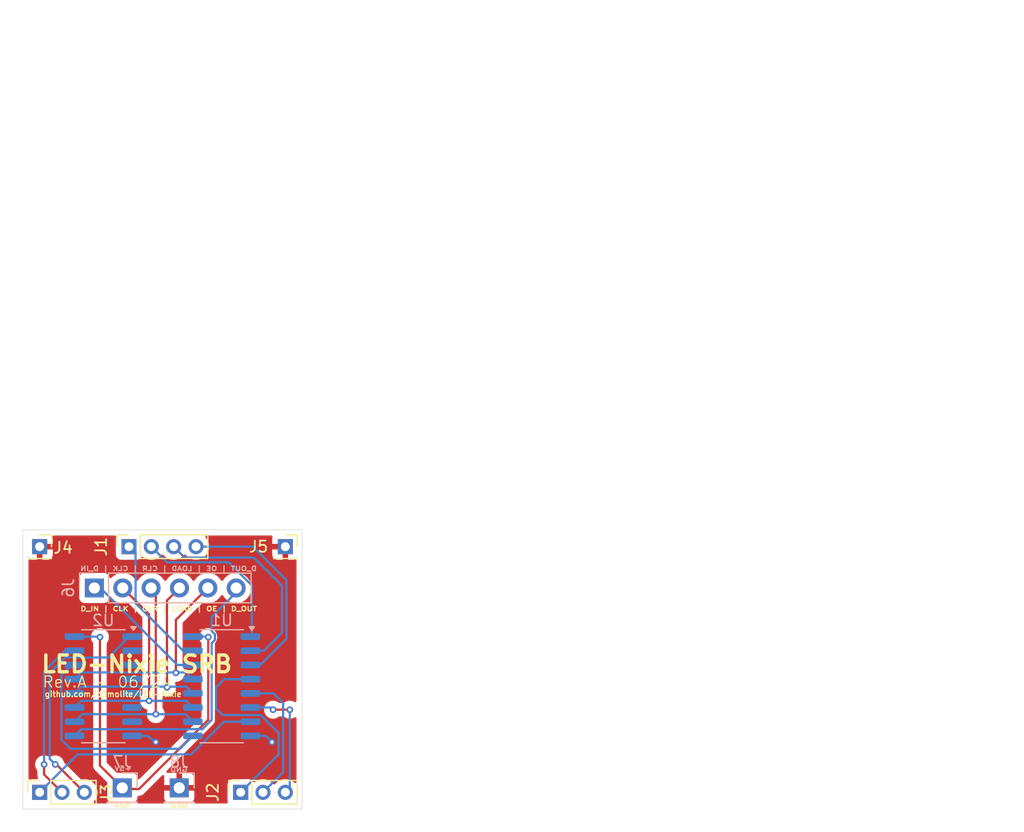
<source format=kicad_pcb>
(kicad_pcb (version 20240108) (generator "pcbnew") (generator_version "8.0")
  (layers (0 "F.Cu" signal) (31 "B.Cu" signal) (34 "B.Paste" user) (35 "F.Paste" user) (36 "B.SilkS" user "B.Silkscreen") (37 "F.SilkS" user "F.Silkscreen") (38 "B.Mask" user) (39 "F.Mask" user) (44 "Edge.Cuts" user))
  (net 0 "")
  (net 1 "Net-(J1-Pin_2)")
  (net 2 "GND")
  (net 3 "Net-(J1-Pin_4)")
  (net 4 "Net-(J1-Pin_1)")
  (net 5 "Net-(J1-Pin_3)")
  (net 6 "Net-(J2-Pin_3)")
  (net 7 "Net-(J2-Pin_2)")
  (net 8 "Net-(J2-Pin_1)")
  (net 9 "Net-(J3-Pin_3)")
  (net 10 "Net-(J3-Pin_1)")
  (net 11 "Net-(J3-Pin_2)")
  (net 12 "DATA_OUT")
  (net 13 "SR_CLK")
  (net 14 "+5V")
  (net 15 "Net-(U1-QH')")
  (net 16 "LOAD")
  (net 17 "OE")
  (net 18 "DATA")
  (net 19 "SR_CLR")
  (footprint "Connector_PinSocket_2.00mm:PinSocket_1x04_P2.00mm_Vertical" (layer "F.Cu") (at 59.999999 61.9 90)
    (property "Reference" "J1" (at 0 -2.5 90) (layer "F.SilkS"))
    (property "Value" "Conn_01x04" (hide yes))
    (fp_line (start 1.06 -1.06) (end 1.06 0) (stroke (width 0.12)) (layer "F.SilkS"))
    (fp_line (start 0 -1.06) (end 1.06 -1.06) (stroke (width 0.12)) (layer "F.SilkS"))
    (fp_line (start 1.06 1) (end 1.06 7.06) (stroke (width 0.12)) (layer "F.SilkS"))
    (fp_line (start -1.06 1) (end 1.06 1) (stroke (width 0.12)) (layer "F.SilkS"))
    (fp_line (start -1.06 1) (end -1.06 7.06) (stroke (width 0.12)) (layer "F.SilkS"))
    (fp_line (start -1.06 7.06) (end 1.06 7.06) (stroke (width 0.12)) (layer "F.SilkS"))
    (pad "1" thru_hole rect (at 0 0 90) (size 1.35 1.35) (drill 0.8) (layers "*.Cu" "*.Mask") (net 4 "Net-(J1-Pin_1)"))
    (pad "2" thru_hole oval (at 0 2 90) (size 1.35 1.35) (drill 0.8) (layers "*.Cu" "*.Mask") (net 1 "Net-(J1-Pin_2)"))
    (pad "3" thru_hole oval (at 0 4 90) (size 1.35 1.35) (drill 0.8) (layers "*.Cu" "*.Mask") (net 5 "Net-(J1-Pin_3)"))
    (pad "4" thru_hole oval (at 0 6 90) (size 1.35 1.35) (drill 0.8) (layers "*.Cu" "*.Mask") (net 3 "Net-(J1-Pin_4)"))
  )
  (footprint "Connector_PinSocket_2.00mm:PinSocket_1x03_P2.00mm_Vertical" (layer "F.Cu") (at 52 83.9 90)
    (property "Reference" "J3" (at -0.1 6 90) (layer "F.SilkS"))
    (property "Value" "Conn_01x03" (hide yes))
    (fp_line (start 1.06 -1.06) (end 1.06 0) (stroke (width 0.12)) (layer "F.SilkS"))
    (fp_line (start 0 -1.06) (end 1.06 -1.06) (stroke (width 0.12)) (layer "F.SilkS"))
    (fp_line (start 1.06 1) (end 1.06 5.06) (stroke (width 0.12)) (layer "F.SilkS"))
    (fp_line (start -1.06 1) (end 1.06 1) (stroke (width 0.12)) (layer "F.SilkS"))
    (fp_line (start -1.06 1) (end -1.06 5.06) (stroke (width 0.12)) (layer "F.SilkS"))
    (fp_line (start -1.06 5.06) (end 1.06 5.06) (stroke (width 0.12)) (layer "F.SilkS"))
    (pad "1" thru_hole rect (at 0 0 90) (size 1.35 1.35) (drill 0.8) (layers "*.Cu" "*.Mask") (net 10 "Net-(J3-Pin_1)"))
    (pad "2" thru_hole oval (at 0 2 90) (size 1.35 1.35) (drill 0.8) (layers "*.Cu" "*.Mask") (net 11 "Net-(J3-Pin_2)"))
    (pad "3" thru_hole oval (at 0 4 90) (size 1.35 1.35) (drill 0.8) (layers "*.Cu" "*.Mask") (net 9 "Net-(J3-Pin_3)"))
  )
  (footprint "Connector_PinSocket_2.00mm:PinSocket_1x01_P2.00mm_Vertical" (layer "F.Cu") (at 74 61.9)
    (property "Reference" "J5" (at -2.4 0 0) (layer "F.SilkS"))
    (property "Value" "Conn_01x01" (hide yes))
    (fp_line (start -1.06 0.94) (end -1.06 1.06) (stroke (width 0.12)) (layer "F.SilkS"))
    (fp_line (start -1.06 1.06) (end 1.06 1.06) (stroke (width 0.12)) (layer "F.SilkS"))
    (fp_line (start 0 -1.06) (end 1.06 -1.06) (stroke (width 0.12)) (layer "F.SilkS"))
    (fp_line (start 1.06 -1.06) (end 1.06 0) (stroke (width 0.12)) (layer "F.SilkS"))
    (fp_line (start 1.06 0.94) (end 1.06 1.06) (stroke (width 0.12)) (layer "F.SilkS"))
    (pad "1" thru_hole rect (at 0 0) (size 1.35 1.35) (drill 0.8) (layers "*.Cu" "*.Mask") (net 2 "GND"))
  )
  (footprint "Connector_PinSocket_2.00mm:PinSocket_1x03_P2.00mm_Vertical" (layer "F.Cu") (at 70 83.9 90)
    (property "Reference" "J2" (at 0 -2.5 90) (layer "F.SilkS"))
    (property "Value" "Conn_01x03" (hide yes))
    (fp_line (start 1.06 -1.06) (end 1.06 0) (stroke (width 0.12)) (layer "F.SilkS"))
    (fp_line (start 0 -1.06) (end 1.06 -1.06) (stroke (width 0.12)) (layer "F.SilkS"))
    (fp_line (start 1.06 1) (end 1.06 5.06) (stroke (width 0.12)) (layer "F.SilkS"))
    (fp_line (start -1.06 1) (end 1.06 1) (stroke (width 0.12)) (layer "F.SilkS"))
    (fp_line (start -1.06 1) (end -1.06 5.06) (stroke (width 0.12)) (layer "F.SilkS"))
    (fp_line (start -1.06 5.06) (end 1.06 5.06) (stroke (width 0.12)) (layer "F.SilkS"))
    (pad "1" thru_hole rect (at 0 0 90) (size 1.35 1.35) (drill 0.8) (layers "*.Cu" "*.Mask") (net 8 "Net-(J2-Pin_1)"))
    (pad "2" thru_hole oval (at 0 2 90) (size 1.35 1.35) (drill 0.8) (layers "*.Cu" "*.Mask") (net 7 "Net-(J2-Pin_2)"))
    (pad "3" thru_hole oval (at 0 4 90) (size 1.35 1.35) (drill 0.8) (layers "*.Cu" "*.Mask") (net 6 "Net-(J2-Pin_3)"))
  )
  (footprint "Connector_PinSocket_2.00mm:PinSocket_1x01_P2.00mm_Vertical" (layer "F.Cu") (at 52 61.9)
    (property "Reference" "J4" (at 2.1 0.1 0) (layer "F.SilkS"))
    (property "Value" "Conn_01x01" (hide yes))
    (fp_line (start -1.06 0.94) (end -1.06 1.06) (stroke (width 0.12)) (layer "F.SilkS"))
    (fp_line (start -1.06 1.06) (end 1.06 1.06) (stroke (width 0.12)) (layer "F.SilkS"))
    (fp_line (start 0 -1.06) (end 1.06 -1.06) (stroke (width 0.12)) (layer "F.SilkS"))
    (fp_line (start 1.06 -1.06) (end 1.06 0) (stroke (width 0.12)) (layer "F.SilkS"))
    (fp_line (start 1.06 0.94) (end 1.06 1.06) (stroke (width 0.12)) (layer "F.SilkS"))
    (pad "1" thru_hole rect (at 0 0) (size 1.35 1.35) (drill 0.8) (layers "*.Cu" "*.Mask") (net 2 "GND"))
  )
  (footprint "Connector_PinHeader_2.54mm:PinHeader_1x01_P2.54mm_Vertical" (layer "B.Cu") (at 64.5 83.5 180)
    (property "Reference" "J8" (at 0 2.33 0) (layer "B.SilkS") (effects (justify mirror)))
    (property "Value" "GND")
    (fp_line (start 1.33 -1.27) (end -1.33 -1.27) (stroke (width 0.12)) (layer "B.SilkS"))
    (fp_line (start 1.33 -1.33) (end 1.33 -1.27) (stroke (width 0.12)) (layer "B.SilkS"))
    (fp_line (start 1.33 -1.33) (end -1.33 -1.33) (stroke (width 0.12)) (layer "B.SilkS"))
    (fp_line (start 0 1.33) (end -1.33 1.33) (stroke (width 0.12)) (layer "B.SilkS"))
    (fp_line (start -1.33 1.33) (end -1.33 0) (stroke (width 0.12)) (layer "B.SilkS"))
    (fp_line (start -1.33 -1.33) (end -1.33 -1.27) (stroke (width 0.12)) (layer "B.SilkS"))
    (pad "1" thru_hole rect (at 0 0 180) (size 1.7 1.7) (drill 1) (layers "*.Cu" "*.Mask") (net 2 "GND"))
  )
  (footprint "Package_SO:SO-16_3.9x9.9mm_P1.27mm" (layer "B.Cu") (at 57.7 74.4 180)
    (property "Reference" "U2" (at 0 5.9 0) (layer "B.SilkS") (effects (justify mirror)))
    (property "Value" "74HC595")
    (fp_line (start 1.95 5.06) (end 0 5.06) (stroke (width 0.12)) (layer "B.SilkS"))
    (fp_line (start 1.95 -5.06) (end 0 -5.06) (stroke (width 0.12)) (layer "B.SilkS"))
    (fp_line (start -1.95 5.06) (end 0 5.06) (stroke (width 0.12)) (layer "B.SilkS"))
    (fp_line (start -1.95 -5.06) (end 0 -5.06) (stroke (width 0.12)) (layer "B.SilkS"))
    (fp_poly (pts (xy -2.7 5.005) (xy -2.94 5.335) (xy -2.46 5.335) (xy -2.7 5.005)) (stroke (width 0.12)) (fill solid) (layer "B.SilkS"))
    (pad "1" smd roundrect (at -2.575 4.445 180) (size 1.75 0.6) (layers "B.Cu" "B.Paste" "B.Mask") (net 9 "Net-(J3-Pin_3)"))
    (pad "2" smd roundrect (at -2.575 3.175 180) (size 1.75 0.6) (layers "B.Cu" "B.Paste" "B.Mask"))
    (pad "3" smd roundrect (at -2.575 1.905 180) (size 1.75 0.6) (layers "B.Cu" "B.Paste" "B.Mask"))
    (pad "4" smd roundrect (at -2.575 0.635 180) (size 1.75 0.6) (layers "B.Cu" "B.Paste" "B.Mask"))
    (pad "5" smd roundrect (at -2.575 -0.635 180) (size 1.75 0.6) (layers "B.Cu" "B.Paste" "B.Mask"))
    (pad "6" smd roundrect (at -2.575 -1.905 180) (size 1.75 0.6) (layers "B.Cu" "B.Paste" "B.Mask"))
    (pad "7" smd roundrect (at -2.575 -3.175 180) (size 1.75 0.6) (layers "B.Cu" "B.Paste" "B.Mask"))
    (pad "8" smd roundrect (at -2.575 -4.445 180) (size 1.75 0.6) (layers "B.Cu" "B.Paste" "B.Mask") (net 2 "GND"))
    (pad "9" smd roundrect (at 2.575 -4.445 180) (size 1.75 0.6) (layers "B.Cu" "B.Paste" "B.Mask") (net 12 "DATA_OUT"))
    (pad "10" smd roundrect (at 2.575 -3.175 180) (size 1.75 0.6) (layers "B.Cu" "B.Paste" "B.Mask") (net 19 "SR_CLR"))
    (pad "11" smd roundrect (at 2.575 -1.905 180) (size 1.75 0.6) (layers "B.Cu" "B.Paste" "B.Mask") (net 13 "SR_CLK"))
    (pad "12" smd roundrect (at 2.575 -0.635 180) (size 1.75 0.6) (layers "B.Cu" "B.Paste" "B.Mask") (net 16 "LOAD"))
    (pad "13" smd roundrect (at 2.575 0.635 180) (size 1.75 0.6) (layers "B.Cu" "B.Paste" "B.Mask") (net 17 "OE"))
    (pad "14" smd roundrect (at 2.575 1.905 180) (size 1.75 0.6) (layers "B.Cu" "B.Paste" "B.Mask") (net 15 "Net-(U1-QH')"))
    (pad "15" smd roundrect (at 2.575 3.175 180) (size 1.75 0.6) (layers "B.Cu" "B.Paste" "B.Mask") (net 11 "Net-(J3-Pin_2)"))
    (pad "16" smd roundrect (at 2.575 4.445 180) (size 1.75 0.6) (layers "B.Cu" "B.Paste" "B.Mask") (net 14 "+5V"))
  )
  (footprint "Connector_PinHeader_2.54mm:PinHeader_1x01_P2.54mm_Vertical" (layer "B.Cu") (at 59.4 83.5 180)
    (property "Reference" "J7" (at 0 2.33 0) (layer "B.SilkS") (effects (justify mirror)))
    (property "Value" "+5V")
    (fp_line (start 1.33 -1.270001) (end -1.33 -1.270001) (stroke (width 0.12)) (layer "B.SilkS"))
    (fp_line (start 1.33 -1.33) (end 1.33 -1.270001) (stroke (width 0.12)) (layer "B.SilkS"))
    (fp_line (start 1.33 -1.33) (end -1.33 -1.33) (stroke (width 0.12)) (layer "B.SilkS"))
    (fp_line (start 0 1.33) (end -1.33 1.33) (stroke (width 0.12)) (layer "B.SilkS"))
    (fp_line (start -1.33 1.33) (end -1.33 0) (stroke (width 0.12)) (layer "B.SilkS"))
    (fp_line (start -1.33 -1.33) (end -1.33 -1.270001) (stroke (width 0.12)) (layer "B.SilkS"))
    (pad "1" thru_hole rect (at 0 0 180) (size 1.7 1.7) (drill 1) (layers "*.Cu" "*.Mask") (net 14 "+5V"))
  )
  (footprint "Connector_PinHeader_2.54mm:PinHeader_1x06_P2.54mm_Vertical" (layer "B.Cu") (at 56.9 65.6 -90)
    (property "Reference" "J6" (at 0 2.33 90) (layer "B.SilkS") (effects (justify mirror)))
    (property "Value" "Shift")
    (fp_line (start -1.33 1.33) (end -1.33 0) (stroke (width 0.12)) (layer "B.SilkS"))
    (fp_line (start 0 1.33) (end -1.33 1.33) (stroke (width 0.12)) (layer "B.SilkS"))
    (fp_line (start 1.33 -1.270001) (end -1.33 -1.270001) (stroke (width 0.12)) (layer "B.SilkS"))
    (fp_line (start -1.33 -14.03) (end -1.33 -1.270001) (stroke (width 0.12)) (layer "B.SilkS"))
    (fp_line (start 1.33 -14.03) (end 1.33 -1.270001) (stroke (width 0.12)) (layer "B.SilkS"))
    (fp_line (start 1.33 -14.03) (end -1.33 -14.03) (stroke (width 0.12)) (layer "B.SilkS"))
    (pad "1" thru_hole rect (at 0 0 270) (size 1.7 1.7) (drill 1) (layers "*.Cu" "*.Mask") (net 18 "DATA"))
    (pad "2" thru_hole oval (at 0 -2.54 270) (size 1.7 1.7) (drill 1) (layers "*.Cu" "*.Mask") (net 13 "SR_CLK"))
    (pad "3" thru_hole oval (at 0 -5.079999 270) (size 1.7 1.7) (drill 1) (layers "*.Cu" "*.Mask") (net 19 "SR_CLR"))
    (pad "4" thru_hole oval (at 0 -7.62 270) (size 1.7 1.7) (drill 1) (layers "*.Cu" "*.Mask") (net 16 "LOAD"))
    (pad "5" thru_hole oval (at 0 -10.16 270) (size 1.7 1.7) (drill 1) (layers "*.Cu" "*.Mask") (net 17 "OE"))
    (pad "6" thru_hole oval (at 0 -12.7 270) (size 1.7 1.7) (drill 1) (layers "*.Cu" "*.Mask") (net 12 "DATA_OUT"))
  )
  (footprint "Package_SO:SO-16_3.9x9.9mm_P1.27mm" (layer "B.Cu") (at 68.3 74.4 180)
    (property "Reference" "U1" (at 0 5.9 0) (layer "B.SilkS") (effects (justify mirror)))
    (property "Value" "74HC595")
    (fp_line (start 1.95 5.06) (end 0 5.06) (stroke (width 0.12)) (layer "B.SilkS"))
    (fp_line (start 1.95 -5.06) (end 0 -5.06) (stroke (width 0.12)) (layer "B.SilkS"))
    (fp_line (start -1.95 5.06) (end 0 5.06) (stroke (width 0.12)) (layer "B.SilkS"))
    (fp_line (start -1.95 -5.06) (end 0 -5.06) (stroke (width 0.12)) (layer "B.SilkS"))
    (fp_poly (pts (xy -2.7 5.005) (xy -2.94 5.335) (xy -2.46 5.335) (xy -2.7 5.005)) (stroke (width 0.12)) (fill solid) (layer "B.SilkS"))
    (pad "1" smd roundrect (at -2.575 4.445 180) (size 1.75 0.6) (layers "B.Cu" "B.Paste" "B.Mask") (net 1 "Net-(J1-Pin_2)"))
    (pad "2" smd roundrect (at -2.575 3.175 180) (size 1.75 0.6) (layers "B.Cu" "B.Paste" "B.Mask") (net 5 "Net-(J1-Pin_3)"))
    (pad "3" smd roundrect (at -2.575 1.905 180) (size 1.75 0.6) (layers "B.Cu" "B.Paste" "B.Mask") (net 3 "Net-(J1-Pin_4)"))
    (pad "4" smd roundrect (at -2.575 0.635 180) (size 1.75 0.6) (layers "B.Cu" "B.Paste" "B.Mask") (net 8 "Net-(J2-Pin_1)"))
    (pad "5" smd roundrect (at -2.575 -0.635 180) (size 1.75 0.6) (layers "B.Cu" "B.Paste" "B.Mask") (net 7 "Net-(J2-Pin_2)"))
    (pad "6" smd roundrect (at -2.575 -1.905 180) (size 1.75 0.6) (layers "B.Cu" "B.Paste" "B.Mask") (net 6 "Net-(J2-Pin_3)"))
    (pad "7" smd roundrect (at -2.575 -3.175 180) (size 1.75 0.6) (layers "B.Cu" "B.Paste" "B.Mask") (net 10 "Net-(J3-Pin_1)"))
    (pad "8" smd roundrect (at -2.575 -4.445 180) (size 1.75 0.6) (layers "B.Cu" "B.Paste" "B.Mask") (net 2 "GND"))
    (pad "9" smd roundrect (at 2.575 -4.445 180) (size 1.75 0.6) (layers "B.Cu" "B.Paste" "B.Mask") (net 15 "Net-(U1-QH')"))
    (pad "10" smd roundrect (at 2.575 -3.175 180) (size 1.75 0.6) (layers "B.Cu" "B.Paste" "B.Mask") (net 19 "SR_CLR"))
    (pad "11" smd roundrect (at 2.575 -1.905 180) (size 1.75 0.6) (layers "B.Cu" "B.Paste" "B.Mask") (net 13 "SR_CLK"))
    (pad "12" smd roundrect (at 2.575 -0.635 180) (size 1.75 0.6) (layers "B.Cu" "B.Paste" "B.Mask") (net 16 "LOAD"))
    (pad "13" smd roundrect (at 2.575 0.635 180) (size 1.75 0.6) (layers "B.Cu" "B.Paste" "B.Mask") (net 17 "OE"))
    (pad "14" smd roundrect (at 2.575 1.905 180) (size 1.75 0.6) (layers "B.Cu" "B.Paste" "B.Mask") (net 18 "DATA"))
    (pad "15" smd roundrect (at 2.575 3.175 180) (size 1.75 0.6) (layers "B.Cu" "B.Paste" "B.Mask") (net 4 "Net-(J1-Pin_1)"))
    (pad "16" smd roundrect (at 2.575 4.445 180) (size 1.75 0.6) (layers "B.Cu" "B.Paste" "B.Mask") (net 14 "+5V"))
  )
  (gr_rect (start 50.5 60.4) (end 75.5 85.4) (stroke (width 0.05)) (fill none) (layer "Edge.Cuts"))
  (gr_text "+5V" (at 60.3 82 -0) (layer "B.SilkS") (effects (font (size 0.4 0.5) (thickness 0.1)) (justify left bottom mirror)))
  (gr_text "GND" (at 65.3 82.1 -0) (layer "B.SilkS") (effects (font (size 0.4 0.5) (thickness 0.1)) (justify left bottom mirror)))
  (gr_text "D_OUT | OE | LOAD | CLR | CLK | D_IN" (at 71.5 64.1 0) (layer "B.SilkS") (effects (font (size 0.4 0.5) (thickness 0.1)) (justify left bottom mirror)))
  (gr_text "D_IN | CLK | CLR | LOAD | OE | D_OUT" (at 55.6 67.7 0) (layer "F.SilkS") (effects (font (size 0.4 0.5) (thickness 0.1)) (justify left bottom)))
  (gr_text "LED-Nixie SRB" (at 52 73.3 0) (layer "F.SilkS") (effects (font (size 1.5 1.5) (thickness 0.3) (bold yes)) (justify left bottom)))
  (gr_text "+5V" (at 58.5 85.3 0) (layer "F.SilkS") (effects (font (size 0.4 0.5) (thickness 0.1)) (justify left bottom)))
  (gr_text "GND" (at 63.7 85.3 0) (layer "F.SilkS") (effects (font (size 0.4 0.5) (thickness 0.1)) (justify left bottom)))
  (gr_text "Rev.A - 06/24" (at 52.2 74.6 0) (layer "F.SilkS") (effects (font (size 1 1) (thickness 0.1)) (justify left bottom)))
  (gr_text "github.com/d3molite/LED-Nixie" (at 52.4 75.4 0) (layer "F.SilkS") (effects (font (size 0.5 0.5) (thickness 0.1)) (justify left bottom)))
  (segment (start 63.399999 63.3) (end 61.999999 61.9) (width 0.2) (layer "B.Cu") (net 1))
  (segment (start 70.955 69.955) (end 71 70) (width 0.2) (layer "B.Cu") (net 1))
  (segment (start 71 65.373654) (end 68.926346 63.3) (width 0.2) (layer "B.Cu") (net 1))
  (segment (start 71 70) (end 71 65.373654) (width 0.2) (layer "B.Cu") (net 1))
  (segment (start 70.875 69.955) (end 70.955 69.955) (width 0.2) (layer "B.Cu") (net 1))
  (segment (start 68.926346 63.3) (end 63.399999 63.3) (width 0.2) (layer "B.Cu") (net 1))
  (via (at 72.8 79.4) (size 0.6) (drill 0.3) (layers "F.Cu" "B.Cu") (net 2))
  (via (at 62.4 79.4) (size 0.6) (drill 0.3) (layers "F.Cu" "B.Cu") (net 2))
  (segment (start 60.275 78.845) (end 61.645 78.845) (width 0.2) (layer "B.Cu") (net 2))
  (segment (start 70.875 78.845) (end 72.245 78.845) (width 0.2) (layer "B.Cu") (net 2))
  (segment (start 61.645 78.845) (end 62.4 79.4) (width 0.2) (layer "B.Cu") (net 2))
  (segment (start 72.245 78.845) (end 72.8 79.4) (width 0.2) (layer "B.Cu") (net 2))
  (segment (start 62.4 79.4) (end 62.2 79.4) (width 0.2) (layer "B.Cu") (net 2))
  (segment (start 71.749999 72.495) (end 74.1 70.144999) (width 0.2) (layer "B.Cu") (net 3))
  (segment (start 71.1 61.9) (end 65.999999 61.9) (width 0.2) (layer "B.Cu") (net 3))
  (segment (start 70.875 72.495) (end 71.749999 72.495) (width 0.2) (layer "B.Cu") (net 3))
  (segment (start 74.1 70.144999) (end 74.1 64.9) (width 0.2) (layer "B.Cu") (net 3))
  (segment (start 74.1 64.9) (end 71.1 61.9) (width 0.2) (layer "B.Cu") (net 3))
  (segment (start 59.999999 61.9) (end 60.59 62.490001) (width 0.2) (layer "B.Cu") (net 4))
  (segment (start 60.59 62.490001) (end 60.59 66.964999) (width 0.2) (layer "B.Cu") (net 4))
  (segment (start 60.59 66.964999) (end 64.850001 71.225) (width 0.2) (layer "B.Cu") (net 4))
  (segment (start 64.850001 71.225) (end 65.725 71.225) (width 0.2) (layer "B.Cu") (net 4))
  (segment (start 64.974999 62.875) (end 63.999999 61.9) (width 0.2) (layer "B.Cu") (net 5))
  (segment (start 70.875 71.225) (end 72.075 71.225) (width 0.2) (layer "B.Cu") (net 5))
  (segment (start 71.175 62.875) (end 64.974999 62.875) (width 0.2) (layer "B.Cu") (net 5))
  (segment (start 72.075 71.225) (end 73.7 69.6) (width 0.2) (layer "B.Cu") (net 5))
  (segment (start 73.7 65.4) (end 71.175 62.875) (width 0.2) (layer "B.Cu") (net 5))
  (segment (start 73.7 69.6) (end 73.7 65.4) (width 0.2) (layer "B.Cu") (net 5))
  (segment (start 72.9 76.5) (end 74.4 76.5) (width 0.2) (layer "F.Cu") (net 6))
  (via (at 72.9 76.5) (size 0.6) (drill 0.3) (layers "F.Cu" "B.Cu") (net 6))
  (via (at 74.4 76.5) (size 0.6) (drill 0.3) (layers "F.Cu" "B.Cu") (net 6))
  (segment (start 72.705 76.305) (end 72.9 76.5) (width 0.2) (layer "B.Cu") (net 6))
  (segment (start 74.4 76.5) (end 74.4 83.5) (width 0.2) (layer "B.Cu") (net 6))
  (segment (start 72.9 76.5) (end 72.9 76.41) (width 0.2) (layer "B.Cu") (net 6))
  (segment (start 74.4 83.5) (end 74 83.9) (width 0.2) (layer "B.Cu") (net 6))
  (segment (start 70.875 76.305) (end 72.705 76.305) (width 0.2) (layer "B.Cu") (net 6))
  (segment (start 73.8 82.1) (end 72 83.9) (width 0.2) (layer "B.Cu") (net 7))
  (segment (start 72.935 75.035) (end 73.8 75.9) (width 0.2) (layer "B.Cu") (net 7))
  (segment (start 70.875 75.035) (end 72.935 75.035) (width 0.2) (layer "B.Cu") (net 7))
  (segment (start 73.8 75.9) (end 73.8 82.1) (width 0.2) (layer "B.Cu") (net 7))
  (segment (start 73.4 80.5) (end 73.4 78.584448) (width 0.2) (layer "B.Cu") (net 8))
  (segment (start 73.4 78.584448) (end 71.790552 76.975) (width 0.2) (layer "B.Cu") (net 8))
  (segment (start 68.535 73.765) (end 70.875 73.765) (width 0.2) (layer "B.Cu") (net 8))
  (segment (start 67.8 76.4) (end 67.8 74.5) (width 0.2) (layer "B.Cu") (net 8))
  (segment (start 70 83.9) (end 73.4 80.5) (width 0.2) (layer "B.Cu") (net 8))
  (segment (start 71.790552 76.975) (end 68.375 76.975) (width 0.2) (layer "B.Cu") (net 8))
  (segment (start 68.375 76.975) (end 67.8 76.4) (width 0.2) (layer "B.Cu") (net 8))
  (segment (start 67.8 74.5) (end 68.535 73.765) (width 0.2) (layer "B.Cu") (net 8))
  (segment (start 56 83.9) (end 53.5 81.4) (width 0.2) (layer "F.Cu") (net 9))
  (segment (start 53.5 81.4) (end 53.4 81.4) (width 0.2) (layer "F.Cu") (net 9))
  (via (at 53.4 81.4) (size 0.6) (drill 0.3) (layers "F.Cu" "B.Cu") (net 9))
  (segment (start 60.029448 69.955) (end 60.275 69.955) (width 0.2) (layer "B.Cu") (net 9))
  (segment (start 58.159448 71.825) (end 60.029448 69.955) (width 0.2) (layer "B.Cu") (net 9))
  (segment (start 54.279448 71.825) (end 58.159448 71.825) (width 0.2) (layer "B.Cu") (net 9))
  (segment (start 53.4 81.4) (end 52.9 80.9) (width 0.2) (layer "B.Cu") (net 9))
  (segment (start 52.9 80.9) (end 52.9 73.204448) (width 0.2) (layer "B.Cu") (net 9))
  (segment (start 52.9 73.204448) (end 54.279448 71.825) (width 0.2) (layer "B.Cu") (net 9))
  (segment (start 65.585552 80.5) (end 55.4 80.5) (width 0.2) (layer "B.Cu") (net 10))
  (segment (start 55.4 80.5) (end 52 83.9) (width 0.2) (layer "B.Cu") (net 10))
  (segment (start 70.875 77.575) (end 68.510552 77.575) (width 0.2) (layer "B.Cu") (net 10))
  (segment (start 68.510552 77.575) (end 65.585552 80.5) (width 0.2) (layer "B.Cu") (net 10))
  (segment (start 54 83.9) (end 52.4 82.3) (width 0.2) (layer "F.Cu") (net 11))
  (segment (start 52.4 82.3) (end 52.4 81.4) (width 0.2) (layer "F.Cu") (net 11))
  (via (at 52.4 81.4) (size 0.6) (drill 0.3) (layers "F.Cu" "B.Cu") (net 11))
  (segment (start 54.250001 71.225) (end 55.125 71.225) (width 0.2) (layer "B.Cu") (net 11))
  (segment (start 52.4 73.075001) (end 54.250001 71.225) (width 0.2) (layer "B.Cu") (net 11))
  (segment (start 52.4 81.4) (end 52.4 73.075001) (width 0.2) (layer "B.Cu") (net 11))
  (segment (start 69.6 66) (end 69.6 65.6) (width 0.2) (layer "B.Cu") (net 12))
  (segment (start 67.4 68.2) (end 69.6 66) (width 0.2) (layer "B.Cu") (net 12))
  (segment (start 55.125 78.845) (end 55.725 78.245) (width 0.2) (layer "B.Cu") (net 12))
  (segment (start 66.570552 78.245) (end 67.4 77.415552) (width 0.2) (layer "B.Cu") (net 12))
  (segment (start 55.725 78.245) (end 66.570552 78.245) (width 0.2) (layer "B.Cu") (net 12))
  (segment (start 67.4 69.451471) (end 67.4 68.2) (width 0.2) (layer "B.Cu") (net 12))
  (segment (start 67.4 70.548529) (end 67.7 70.248529) (width 0.2) (layer "B.Cu") (net 12))
  (segment (start 67.7 69.751471) (end 67.4 69.451471) (width 0.2) (layer "B.Cu") (net 12))
  (segment (start 67.7 70.248529) (end 67.7 69.751471) (width 0.2) (layer "B.Cu") (net 12))
  (segment (start 67.4 77.415552) (end 67.4 70.548529) (width 0.2) (layer "B.Cu") (net 12))
  (segment (start 59.44 65.6) (end 61.8 67.96) (width 0.2) (layer "F.Cu") (net 13))
  (segment (start 61.8 67.96) (end 61.8 75.7) (width 0.2) (layer "F.Cu") (net 13))
  (via (at 61.8 75.7) (size 0.6) (drill 0.3) (layers "F.Cu" "B.Cu") (net 13))
  (segment (start 65.125 75.705) (end 55.725 75.705) (width 0.2) (layer "B.Cu") (net 13))
  (segment (start 55.725 75.705) (end 55.125 76.305) (width 0.2) (layer "B.Cu") (net 13))
  (segment (start 65.725 76.305) (end 65.125 75.705) (width 0.2) (layer "B.Cu") (net 13))
  (segment (start 60.9 83.6) (end 59.5 83.6) (width 0.2) (layer "F.Cu") (net 14))
  (segment (start 67.1 70) (end 67.1 77.4) (width 0.2) (layer "F.Cu") (net 14))
  (segment (start 59.5 83.6) (end 57.4 81.5) (width 0.2) (layer "F.Cu") (net 14))
  (segment (start 57.4 81.5) (end 57.4 70) (width 0.2) (layer "F.Cu") (net 14))
  (segment (start 67.1 77.4) (end 60.9 83.6) (width 0.2) (layer "F.Cu") (net 14))
  (via (at 67.1 70) (size 0.6) (drill 0.3) (layers "F.Cu" "B.Cu") (net 14))
  (via (at 57.4 70) (size 0.6) (drill 0.3) (layers "F.Cu" "B.Cu") (net 14))
  (segment (start 55.125 69.955) (end 57.355 69.955) (width 0.2) (layer "B.Cu") (net 14))
  (segment (start 65.725 69.955) (end 67.055 69.955) (width 0.2) (layer "B.Cu") (net 14))
  (segment (start 67.055 69.955) (end 67.1 70) (width 0.2) (layer "B.Cu") (net 14))
  (segment (start 54.764448 80) (end 53.95 79.185552) (width 0.2) (layer "B.Cu") (net 15))
  (segment (start 53.95 79.185552) (end 53.95 73.424448) (width 0.2) (layer "B.Cu") (net 15))
  (segment (start 54.879448 72.495) (end 55.125 72.495) (width 0.2) (layer "B.Cu") (net 15))
  (segment (start 65.725 78.845) (end 64.57 80) (width 0.2) (layer "B.Cu") (net 15))
  (segment (start 64.57 80) (end 54.764448 80) (width 0.2) (layer "B.Cu") (net 15))
  (segment (start 53.95 73.424448) (end 54.879448 72.495) (width 0.2) (layer "B.Cu") (net 15))
  (segment (start 64.52 65.6) (end 63.4 66.72) (width 0.2) (layer "F.Cu") (net 16))
  (segment (start 63.4 66.72) (end 63.4 74.5) (width 0.2) (layer "F.Cu") (net 16))
  (via (at 63.4 74.5) (size 0.6) (drill 0.3) (layers "F.Cu" "B.Cu") (net 16))
  (segment (start 65.125 74.435) (end 55.725 74.435) (width 0.2) (layer "B.Cu") (net 16))
  (segment (start 55.725 74.435) (end 55.125 75.035) (width 0.2) (layer "B.Cu") (net 16))
  (segment (start 65.725 75.035) (end 65.125 74.435) (width 0.2) (layer "B.Cu") (net 16))
  (segment (start 64.2 68.46) (end 64.2 73.2) (width 0.2) (layer "F.Cu") (net 17))
  (segment (start 67.06 65.6) (end 64.2 68.46) (width 0.2) (layer "F.Cu") (net 17))
  (via (at 64.2 73.2) (size 0.6) (drill 0.3) (layers "F.Cu" "B.Cu") (net 17))
  (segment (start 55.725 73.165) (end 55.125 73.765) (width 0.2) (layer "B.Cu") (net 17))
  (segment (start 65.725 73.765) (end 65.125 73.165) (width 0.2) (layer "B.Cu") (net 17))
  (segment (start 65.125 73.165) (end 55.725 73.165) (width 0.2) (layer "B.Cu") (net 17))
  (segment (start 57.435552 65.6) (end 64.330552 72.495) (width 0.2) (layer "B.Cu") (net 18))
  (segment (start 56.9 65.6) (end 57.435552 65.6) (width 0.2) (layer "B.Cu") (net 18))
  (segment (start 64.330552 72.495) (end 65.725 72.495) (width 0.2) (layer "B.Cu") (net 18))
  (segment (start 61.979999 65.6) (end 62.4 66.020001) (width 0.2) (layer "F.Cu") (net 19))
  (segment (start 62.4 66.020001) (end 62.4 76.9) (width 0.2) (layer "F.Cu") (net 19))
  (via (at 62.4 76.9) (size 0.6) (drill 0.3) (layers "F.Cu" "B.Cu") (net 19))
  (segment (start 55.795 76.905) (end 55.125 77.575) (width 0.2) (layer "B.Cu") (net 19))
  (segment (start 65.055 76.905) (end 55.795 76.905) (width 0.2) (layer "B.Cu") (net 19))
  (segment (start 65.725 77.575) (end 65.055 76.905) (width 0.2) (layer "B.Cu") (net 19))
  (zone (net 2) (net_name "GND") (layer "F.Cu") (connect_pads (clearance 0.5)) (min_thickness 0.25) (fill yes (thermal_gap 0.5) (thermal_bridge_width 0.5))
    (polygon (pts (xy 50.7 60.6) (xy 75.3 60.6) (xy 75.3 85.2) (xy 50.7 85.1)))
  )
)
</source>
